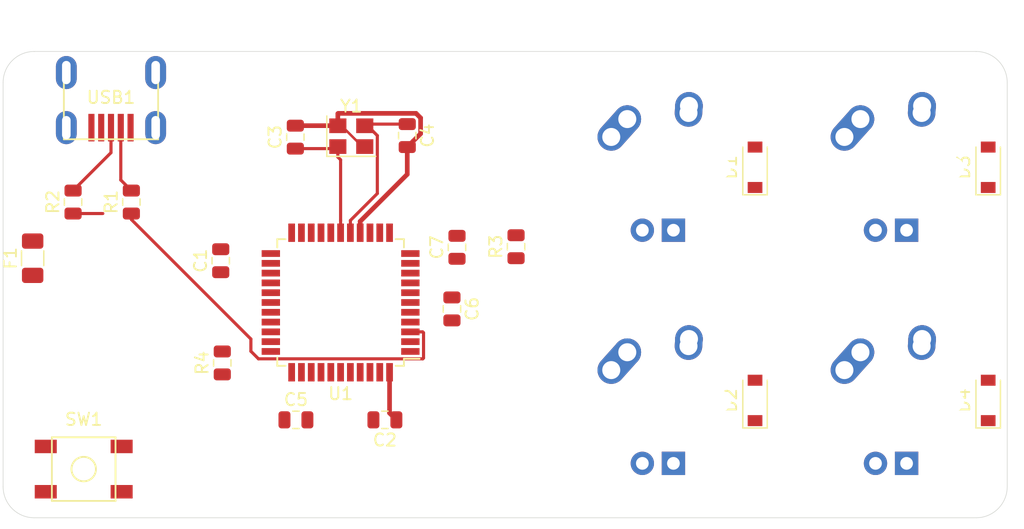
<source format=kicad_pcb>
(kicad_pcb (version 20171130) (host pcbnew "(5.1.5)-3")

  (general
    (thickness 1.6)
    (drawings 8)
    (tracks 45)
    (zones 0)
    (modules 24)
    (nets 50)
  )

  (page A4)
  (layers
    (0 F.Cu signal)
    (31 B.Cu signal)
    (32 B.Adhes user)
    (33 F.Adhes user)
    (34 B.Paste user)
    (35 F.Paste user)
    (36 B.SilkS user)
    (37 F.SilkS user)
    (38 B.Mask user)
    (39 F.Mask user)
    (40 Dwgs.User user)
    (41 Cmts.User user)
    (42 Eco1.User user)
    (43 Eco2.User user)
    (44 Edge.Cuts user)
    (45 Margin user)
    (46 B.CrtYd user)
    (47 F.CrtYd user)
    (48 B.Fab user)
    (49 F.Fab user)
  )

  (setup
    (last_trace_width 0.254)
    (trace_clearance 0.2)
    (zone_clearance 0.508)
    (zone_45_only no)
    (trace_min 0.2)
    (via_size 0.8)
    (via_drill 0.4)
    (via_min_size 0.4)
    (via_min_drill 0.3)
    (uvia_size 0.3)
    (uvia_drill 0.1)
    (uvias_allowed no)
    (uvia_min_size 0.2)
    (uvia_min_drill 0.1)
    (edge_width 0.05)
    (segment_width 0.2)
    (pcb_text_width 0.3)
    (pcb_text_size 1.5 1.5)
    (mod_edge_width 0.12)
    (mod_text_size 1 1)
    (mod_text_width 0.15)
    (pad_size 1.524 1.524)
    (pad_drill 0.762)
    (pad_to_mask_clearance 0.051)
    (solder_mask_min_width 0.25)
    (aux_axis_origin 0 0)
    (visible_elements FFFFFF7F)
    (pcbplotparams
      (layerselection 0x010fc_ffffffff)
      (usegerberextensions false)
      (usegerberattributes false)
      (usegerberadvancedattributes false)
      (creategerberjobfile false)
      (excludeedgelayer true)
      (linewidth 0.100000)
      (plotframeref false)
      (viasonmask false)
      (mode 1)
      (useauxorigin false)
      (hpglpennumber 1)
      (hpglpenspeed 20)
      (hpglpendiameter 15.000000)
      (psnegative false)
      (psa4output false)
      (plotreference true)
      (plotvalue true)
      (plotinvisibletext false)
      (padsonsilk false)
      (subtractmaskfromsilk false)
      (outputformat 1)
      (mirror false)
      (drillshape 1)
      (scaleselection 1)
      (outputdirectory ""))
  )

  (net 0 "")
  (net 1 GND)
  (net 2 +5V)
  (net 3 "Net-(C3-Pad1)")
  (net 4 "Net-(C4-Pad1)")
  (net 5 "Net-(C6-Pad1)")
  (net 6 "Net-(D1-Pad2)")
  (net 7 ROW0)
  (net 8 "Net-(D2-Pad2)")
  (net 9 ROW1)
  (net 10 "Net-(D3-Pad2)")
  (net 11 "Net-(D4-Pad2)")
  (net 12 VCC)
  (net 13 COL0)
  (net 14 COL1)
  (net 15 D-)
  (net 16 "Net-(R1-Pad1)")
  (net 17 D+)
  (net 18 "Net-(R2-Pad1)")
  (net 19 "Net-(R3-Pad2)")
  (net 20 "Net-(R4-Pad2)")
  (net 21 "Net-(R4-Pad1)")
  (net 22 "Net-(U1-Pad42)")
  (net 23 "Net-(U1-Pad41)")
  (net 24 "Net-(U1-Pad40)")
  (net 25 "Net-(U1-Pad39)")
  (net 26 "Net-(U1-Pad38)")
  (net 27 "Net-(U1-Pad37)")
  (net 28 "Net-(U1-Pad36)")
  (net 29 "Net-(U1-Pad32)")
  (net 30 "Net-(U1-Pad31)")
  (net 31 "Net-(U1-Pad30)")
  (net 32 "Net-(U1-Pad29)")
  (net 33 "Net-(U1-Pad28)")
  (net 34 "Net-(U1-Pad27)")
  (net 35 "Net-(U1-Pad26)")
  (net 36 "Net-(U1-Pad25)")
  (net 37 "Net-(U1-Pad22)")
  (net 38 "Net-(U1-Pad21)")
  (net 39 "Net-(U1-Pad20)")
  (net 40 "Net-(U1-Pad19)")
  (net 41 "Net-(U1-Pad18)")
  (net 42 "Net-(U1-Pad12)")
  (net 43 "Net-(U1-Pad11)")
  (net 44 "Net-(U1-Pad10)")
  (net 45 "Net-(U1-Pad9)")
  (net 46 "Net-(U1-Pad8)")
  (net 47 "Net-(U1-Pad1)")
  (net 48 "Net-(USB1-Pad6)")
  (net 49 "Net-(USB1-Pad2)")

  (net_class Default "This is the default net class."
    (clearance 0.2)
    (trace_width 0.254)
    (via_dia 0.8)
    (via_drill 0.4)
    (uvia_dia 0.3)
    (uvia_drill 0.1)
    (add_net COL0)
    (add_net COL1)
    (add_net D+)
    (add_net D-)
    (add_net "Net-(C3-Pad1)")
    (add_net "Net-(C4-Pad1)")
    (add_net "Net-(C6-Pad1)")
    (add_net "Net-(D1-Pad2)")
    (add_net "Net-(D2-Pad2)")
    (add_net "Net-(D3-Pad2)")
    (add_net "Net-(D4-Pad2)")
    (add_net "Net-(R1-Pad1)")
    (add_net "Net-(R2-Pad1)")
    (add_net "Net-(R3-Pad2)")
    (add_net "Net-(R4-Pad1)")
    (add_net "Net-(R4-Pad2)")
    (add_net "Net-(U1-Pad1)")
    (add_net "Net-(U1-Pad10)")
    (add_net "Net-(U1-Pad11)")
    (add_net "Net-(U1-Pad12)")
    (add_net "Net-(U1-Pad18)")
    (add_net "Net-(U1-Pad19)")
    (add_net "Net-(U1-Pad20)")
    (add_net "Net-(U1-Pad21)")
    (add_net "Net-(U1-Pad22)")
    (add_net "Net-(U1-Pad25)")
    (add_net "Net-(U1-Pad26)")
    (add_net "Net-(U1-Pad27)")
    (add_net "Net-(U1-Pad28)")
    (add_net "Net-(U1-Pad29)")
    (add_net "Net-(U1-Pad30)")
    (add_net "Net-(U1-Pad31)")
    (add_net "Net-(U1-Pad32)")
    (add_net "Net-(U1-Pad36)")
    (add_net "Net-(U1-Pad37)")
    (add_net "Net-(U1-Pad38)")
    (add_net "Net-(U1-Pad39)")
    (add_net "Net-(U1-Pad40)")
    (add_net "Net-(U1-Pad41)")
    (add_net "Net-(U1-Pad42)")
    (add_net "Net-(U1-Pad8)")
    (add_net "Net-(U1-Pad9)")
    (add_net "Net-(USB1-Pad2)")
    (add_net "Net-(USB1-Pad6)")
    (add_net ROW0)
    (add_net ROW1)
    (add_net VCC)
  )

  (net_class power ""
    (clearance 0.2)
    (trace_width 0.381)
    (via_dia 0.8)
    (via_drill 0.4)
    (uvia_dia 0.3)
    (uvia_drill 0.1)
    (add_net +5V)
    (add_net GND)
  )

  (module Crystal:Crystal_SMD_3225-4Pin_3.2x2.5mm (layer F.Cu) (tedit 5A0FD1B2) (tstamp 5EB7B5BD)
    (at 64.008 47.9425)
    (descr "SMD Crystal SERIES SMD3225/4 http://www.txccrystal.com/images/pdf/7m-accuracy.pdf, 3.2x2.5mm^2 package")
    (tags "SMD SMT crystal")
    (path /5EB989B1)
    (attr smd)
    (fp_text reference Y1 (at 0 -2.45) (layer F.SilkS)
      (effects (font (size 1 1) (thickness 0.15)))
    )
    (fp_text value 16MHz (at 0 2.45) (layer F.Fab)
      (effects (font (size 1 1) (thickness 0.15)))
    )
    (fp_line (start 2.1 -1.7) (end -2.1 -1.7) (layer F.CrtYd) (width 0.05))
    (fp_line (start 2.1 1.7) (end 2.1 -1.7) (layer F.CrtYd) (width 0.05))
    (fp_line (start -2.1 1.7) (end 2.1 1.7) (layer F.CrtYd) (width 0.05))
    (fp_line (start -2.1 -1.7) (end -2.1 1.7) (layer F.CrtYd) (width 0.05))
    (fp_line (start -2 1.65) (end 2 1.65) (layer F.SilkS) (width 0.12))
    (fp_line (start -2 -1.65) (end -2 1.65) (layer F.SilkS) (width 0.12))
    (fp_line (start -1.6 0.25) (end -0.6 1.25) (layer F.Fab) (width 0.1))
    (fp_line (start 1.6 -1.25) (end -1.6 -1.25) (layer F.Fab) (width 0.1))
    (fp_line (start 1.6 1.25) (end 1.6 -1.25) (layer F.Fab) (width 0.1))
    (fp_line (start -1.6 1.25) (end 1.6 1.25) (layer F.Fab) (width 0.1))
    (fp_line (start -1.6 -1.25) (end -1.6 1.25) (layer F.Fab) (width 0.1))
    (fp_text user %R (at 0 0) (layer F.Fab)
      (effects (font (size 0.7 0.7) (thickness 0.105)))
    )
    (pad 4 smd rect (at -1.1 -0.85) (size 1.4 1.2) (layers F.Cu F.Paste F.Mask)
      (net 1 GND))
    (pad 3 smd rect (at 1.1 -0.85) (size 1.4 1.2) (layers F.Cu F.Paste F.Mask)
      (net 4 "Net-(C4-Pad1)"))
    (pad 2 smd rect (at 1.1 0.85) (size 1.4 1.2) (layers F.Cu F.Paste F.Mask)
      (net 1 GND))
    (pad 1 smd rect (at -1.1 0.85) (size 1.4 1.2) (layers F.Cu F.Paste F.Mask)
      (net 3 "Net-(C3-Pad1)"))
    (model ${KISYS3DMOD}/Crystal.3dshapes/Crystal_SMD_3225-4Pin_3.2x2.5mm.wrl
      (at (xyz 0 0 0))
      (scale (xyz 1 1 1))
      (rotate (xyz 0 0 0))
    )
  )

  (module random-keyboard-parts:Molex-0548190589 (layer F.Cu) (tedit 5C494815) (tstamp 5EB7B5A9)
    (at 44.374 42.744 270)
    (path /5EBB7CB5)
    (attr smd)
    (fp_text reference USB1 (at 2.032 0) (layer F.SilkS)
      (effects (font (size 1 1) (thickness 0.15)))
    )
    (fp_text value Molex-0548190589 (at -5.08 0) (layer Dwgs.User)
      (effects (font (size 1 1) (thickness 0.15)))
    )
    (fp_text user %R (at 2 0) (layer F.CrtYd)
      (effects (font (size 1 1) (thickness 0.15)))
    )
    (fp_line (start 3.25 -1.25) (end 5.5 -1.25) (layer F.CrtYd) (width 0.15))
    (fp_line (start 5.5 -0.5) (end 3.25 -0.5) (layer F.CrtYd) (width 0.15))
    (fp_line (start 3.25 0.5) (end 5.5 0.5) (layer F.CrtYd) (width 0.15))
    (fp_line (start 5.5 1.25) (end 3.25 1.25) (layer F.CrtYd) (width 0.15))
    (fp_line (start 3.25 2) (end 5.5 2) (layer F.CrtYd) (width 0.15))
    (fp_line (start 3.25 -2) (end 3.25 2) (layer F.CrtYd) (width 0.15))
    (fp_line (start 5.5 -2) (end 3.25 -2) (layer F.CrtYd) (width 0.15))
    (fp_line (start -3.75 3.75) (end -3.75 -3.75) (layer F.CrtYd) (width 0.15))
    (fp_line (start 5.5 3.75) (end -3.75 3.75) (layer F.CrtYd) (width 0.15))
    (fp_line (start 5.5 -3.75) (end 5.5 3.75) (layer F.CrtYd) (width 0.15))
    (fp_line (start -3.75 -3.75) (end 5.5 -3.75) (layer F.CrtYd) (width 0.15))
    (fp_line (start 0 -3.85) (end 5.45 -3.85) (layer F.SilkS) (width 0.15))
    (fp_line (start 0 3.85) (end 5.45 3.85) (layer F.SilkS) (width 0.15))
    (fp_line (start 5.45 -3.85) (end 5.45 3.85) (layer F.SilkS) (width 0.15))
    (fp_line (start -3.75 -3.85) (end 0 -3.85) (layer Dwgs.User) (width 0.15))
    (fp_line (start -3.75 3.85) (end 0 3.85) (layer Dwgs.User) (width 0.15))
    (fp_line (start -1.75 -4.572) (end -1.75 4.572) (layer Dwgs.User) (width 0.15))
    (fp_line (start -3.75 -3.85) (end -3.75 3.85) (layer Dwgs.User) (width 0.15))
    (pad 6 thru_hole oval (at 0 -3.65 270) (size 2.7 1.7) (drill oval 1.9 0.7) (layers *.Cu *.Mask)
      (net 48 "Net-(USB1-Pad6)"))
    (pad 6 thru_hole oval (at 0 3.65 270) (size 2.7 1.7) (drill oval 1.9 0.7) (layers *.Cu *.Mask)
      (net 48 "Net-(USB1-Pad6)"))
    (pad 6 thru_hole oval (at 4.5 3.65 270) (size 2.7 1.7) (drill oval 1.9 0.7) (layers *.Cu *.Mask)
      (net 48 "Net-(USB1-Pad6)"))
    (pad 6 thru_hole oval (at 4.5 -3.65 270) (size 2.7 1.7) (drill oval 1.9 0.7) (layers *.Cu *.Mask)
      (net 48 "Net-(USB1-Pad6)"))
    (pad 5 smd rect (at 4.5 -1.6 270) (size 2.25 0.5) (layers F.Cu F.Paste F.Mask)
      (net 12 VCC))
    (pad 4 smd rect (at 4.5 -0.8 270) (size 2.25 0.5) (layers F.Cu F.Paste F.Mask)
      (net 15 D-))
    (pad 3 smd rect (at 4.5 0 270) (size 2.25 0.5) (layers F.Cu F.Paste F.Mask)
      (net 17 D+))
    (pad 2 smd rect (at 4.5 0.8 270) (size 2.25 0.5) (layers F.Cu F.Paste F.Mask)
      (net 49 "Net-(USB1-Pad2)"))
    (pad 1 smd rect (at 4.5 1.6 270) (size 2.25 0.5) (layers F.Cu F.Paste F.Mask)
      (net 1 GND))
  )

  (module Package_QFP:TQFP-44_10x10mm_P0.8mm (layer F.Cu) (tedit 5A02F146) (tstamp 5EB7B589)
    (at 63.134 61.5315 180)
    (descr "44-Lead Plastic Thin Quad Flatpack (PT) - 10x10x1.0 mm Body [TQFP] (see Microchip Packaging Specification 00000049BS.pdf)")
    (tags "QFP 0.8")
    (path /5EB7523E)
    (attr smd)
    (fp_text reference U1 (at 0 -7.45) (layer F.SilkS)
      (effects (font (size 1 1) (thickness 0.15)))
    )
    (fp_text value ATmega32U4-AU (at 0 7.45) (layer F.Fab)
      (effects (font (size 1 1) (thickness 0.15)))
    )
    (fp_line (start -5.175 -4.6) (end -6.45 -4.6) (layer F.SilkS) (width 0.15))
    (fp_line (start 5.175 -5.175) (end 4.5 -5.175) (layer F.SilkS) (width 0.15))
    (fp_line (start 5.175 5.175) (end 4.5 5.175) (layer F.SilkS) (width 0.15))
    (fp_line (start -5.175 5.175) (end -4.5 5.175) (layer F.SilkS) (width 0.15))
    (fp_line (start -5.175 -5.175) (end -4.5 -5.175) (layer F.SilkS) (width 0.15))
    (fp_line (start -5.175 5.175) (end -5.175 4.5) (layer F.SilkS) (width 0.15))
    (fp_line (start 5.175 5.175) (end 5.175 4.5) (layer F.SilkS) (width 0.15))
    (fp_line (start 5.175 -5.175) (end 5.175 -4.5) (layer F.SilkS) (width 0.15))
    (fp_line (start -5.175 -5.175) (end -5.175 -4.6) (layer F.SilkS) (width 0.15))
    (fp_line (start -6.7 6.7) (end 6.7 6.7) (layer F.CrtYd) (width 0.05))
    (fp_line (start -6.7 -6.7) (end 6.7 -6.7) (layer F.CrtYd) (width 0.05))
    (fp_line (start 6.7 -6.7) (end 6.7 6.7) (layer F.CrtYd) (width 0.05))
    (fp_line (start -6.7 -6.7) (end -6.7 6.7) (layer F.CrtYd) (width 0.05))
    (fp_line (start -5 -4) (end -4 -5) (layer F.Fab) (width 0.15))
    (fp_line (start -5 5) (end -5 -4) (layer F.Fab) (width 0.15))
    (fp_line (start 5 5) (end -5 5) (layer F.Fab) (width 0.15))
    (fp_line (start 5 -5) (end 5 5) (layer F.Fab) (width 0.15))
    (fp_line (start -4 -5) (end 5 -5) (layer F.Fab) (width 0.15))
    (fp_text user %R (at 0 0) (layer F.Fab)
      (effects (font (size 1 1) (thickness 0.15)))
    )
    (pad 44 smd rect (at -4 -5.7 270) (size 1.5 0.55) (layers F.Cu F.Paste F.Mask)
      (net 2 +5V))
    (pad 43 smd rect (at -3.2 -5.7 270) (size 1.5 0.55) (layers F.Cu F.Paste F.Mask)
      (net 1 GND))
    (pad 42 smd rect (at -2.4 -5.7 270) (size 1.5 0.55) (layers F.Cu F.Paste F.Mask)
      (net 22 "Net-(U1-Pad42)"))
    (pad 41 smd rect (at -1.6 -5.7 270) (size 1.5 0.55) (layers F.Cu F.Paste F.Mask)
      (net 23 "Net-(U1-Pad41)"))
    (pad 40 smd rect (at -0.8 -5.7 270) (size 1.5 0.55) (layers F.Cu F.Paste F.Mask)
      (net 24 "Net-(U1-Pad40)"))
    (pad 39 smd rect (at 0 -5.7 270) (size 1.5 0.55) (layers F.Cu F.Paste F.Mask)
      (net 25 "Net-(U1-Pad39)"))
    (pad 38 smd rect (at 0.8 -5.7 270) (size 1.5 0.55) (layers F.Cu F.Paste F.Mask)
      (net 26 "Net-(U1-Pad38)"))
    (pad 37 smd rect (at 1.6 -5.7 270) (size 1.5 0.55) (layers F.Cu F.Paste F.Mask)
      (net 27 "Net-(U1-Pad37)"))
    (pad 36 smd rect (at 2.4 -5.7 270) (size 1.5 0.55) (layers F.Cu F.Paste F.Mask)
      (net 28 "Net-(U1-Pad36)"))
    (pad 35 smd rect (at 3.2 -5.7 270) (size 1.5 0.55) (layers F.Cu F.Paste F.Mask)
      (net 1 GND))
    (pad 34 smd rect (at 4 -5.7 270) (size 1.5 0.55) (layers F.Cu F.Paste F.Mask)
      (net 2 +5V))
    (pad 33 smd rect (at 5.7 -4 180) (size 1.5 0.55) (layers F.Cu F.Paste F.Mask)
      (net 20 "Net-(R4-Pad2)"))
    (pad 32 smd rect (at 5.7 -3.2 180) (size 1.5 0.55) (layers F.Cu F.Paste F.Mask)
      (net 29 "Net-(U1-Pad32)"))
    (pad 31 smd rect (at 5.7 -2.4 180) (size 1.5 0.55) (layers F.Cu F.Paste F.Mask)
      (net 30 "Net-(U1-Pad31)"))
    (pad 30 smd rect (at 5.7 -1.6 180) (size 1.5 0.55) (layers F.Cu F.Paste F.Mask)
      (net 31 "Net-(U1-Pad30)"))
    (pad 29 smd rect (at 5.7 -0.8 180) (size 1.5 0.55) (layers F.Cu F.Paste F.Mask)
      (net 32 "Net-(U1-Pad29)"))
    (pad 28 smd rect (at 5.7 0 180) (size 1.5 0.55) (layers F.Cu F.Paste F.Mask)
      (net 33 "Net-(U1-Pad28)"))
    (pad 27 smd rect (at 5.7 0.8 180) (size 1.5 0.55) (layers F.Cu F.Paste F.Mask)
      (net 34 "Net-(U1-Pad27)"))
    (pad 26 smd rect (at 5.7 1.6 180) (size 1.5 0.55) (layers F.Cu F.Paste F.Mask)
      (net 35 "Net-(U1-Pad26)"))
    (pad 25 smd rect (at 5.7 2.4 180) (size 1.5 0.55) (layers F.Cu F.Paste F.Mask)
      (net 36 "Net-(U1-Pad25)"))
    (pad 24 smd rect (at 5.7 3.2 180) (size 1.5 0.55) (layers F.Cu F.Paste F.Mask)
      (net 2 +5V))
    (pad 23 smd rect (at 5.7 4 180) (size 1.5 0.55) (layers F.Cu F.Paste F.Mask)
      (net 1 GND))
    (pad 22 smd rect (at 4 5.7 270) (size 1.5 0.55) (layers F.Cu F.Paste F.Mask)
      (net 37 "Net-(U1-Pad22)"))
    (pad 21 smd rect (at 3.2 5.7 270) (size 1.5 0.55) (layers F.Cu F.Paste F.Mask)
      (net 38 "Net-(U1-Pad21)"))
    (pad 20 smd rect (at 2.4 5.7 270) (size 1.5 0.55) (layers F.Cu F.Paste F.Mask)
      (net 39 "Net-(U1-Pad20)"))
    (pad 19 smd rect (at 1.6 5.7 270) (size 1.5 0.55) (layers F.Cu F.Paste F.Mask)
      (net 40 "Net-(U1-Pad19)"))
    (pad 18 smd rect (at 0.8 5.7 270) (size 1.5 0.55) (layers F.Cu F.Paste F.Mask)
      (net 41 "Net-(U1-Pad18)"))
    (pad 17 smd rect (at 0 5.7 270) (size 1.5 0.55) (layers F.Cu F.Paste F.Mask)
      (net 3 "Net-(C3-Pad1)"))
    (pad 16 smd rect (at -0.8 5.7 270) (size 1.5 0.55) (layers F.Cu F.Paste F.Mask)
      (net 4 "Net-(C4-Pad1)"))
    (pad 15 smd rect (at -1.6 5.7 270) (size 1.5 0.55) (layers F.Cu F.Paste F.Mask)
      (net 1 GND))
    (pad 14 smd rect (at -2.4 5.7 270) (size 1.5 0.55) (layers F.Cu F.Paste F.Mask)
      (net 2 +5V))
    (pad 13 smd rect (at -3.2 5.7 270) (size 1.5 0.55) (layers F.Cu F.Paste F.Mask)
      (net 19 "Net-(R3-Pad2)"))
    (pad 12 smd rect (at -4 5.7 270) (size 1.5 0.55) (layers F.Cu F.Paste F.Mask)
      (net 42 "Net-(U1-Pad12)"))
    (pad 11 smd rect (at -5.7 4 180) (size 1.5 0.55) (layers F.Cu F.Paste F.Mask)
      (net 43 "Net-(U1-Pad11)"))
    (pad 10 smd rect (at -5.7 3.2 180) (size 1.5 0.55) (layers F.Cu F.Paste F.Mask)
      (net 44 "Net-(U1-Pad10)"))
    (pad 9 smd rect (at -5.7 2.4 180) (size 1.5 0.55) (layers F.Cu F.Paste F.Mask)
      (net 45 "Net-(U1-Pad9)"))
    (pad 8 smd rect (at -5.7 1.6 180) (size 1.5 0.55) (layers F.Cu F.Paste F.Mask)
      (net 46 "Net-(U1-Pad8)"))
    (pad 7 smd rect (at -5.7 0.8 180) (size 1.5 0.55) (layers F.Cu F.Paste F.Mask)
      (net 2 +5V))
    (pad 6 smd rect (at -5.7 0 180) (size 1.5 0.55) (layers F.Cu F.Paste F.Mask)
      (net 5 "Net-(C6-Pad1)"))
    (pad 5 smd rect (at -5.7 -0.8 180) (size 1.5 0.55) (layers F.Cu F.Paste F.Mask)
      (net 1 GND))
    (pad 4 smd rect (at -5.7 -1.6 180) (size 1.5 0.55) (layers F.Cu F.Paste F.Mask)
      (net 18 "Net-(R2-Pad1)"))
    (pad 3 smd rect (at -5.7 -2.4 180) (size 1.5 0.55) (layers F.Cu F.Paste F.Mask)
      (net 16 "Net-(R1-Pad1)"))
    (pad 2 smd rect (at -5.7 -3.2 180) (size 1.5 0.55) (layers F.Cu F.Paste F.Mask)
      (net 2 +5V))
    (pad 1 smd rect (at -5.7 -4 180) (size 1.5 0.55) (layers F.Cu F.Paste F.Mask)
      (net 47 "Net-(U1-Pad1)"))
    (model ${KISYS3DMOD}/Package_QFP.3dshapes/TQFP-44_10x10mm_P0.8mm.wrl
      (at (xyz 0 0 0))
      (scale (xyz 1 1 1))
      (rotate (xyz 0 0 0))
    )
  )

  (module random-keyboard-parts:SKQG-1155865 (layer F.Cu) (tedit 5E62B398) (tstamp 5EB7B546)
    (at 42.14375 75.14375 180)
    (path /5EBA76AB)
    (attr smd)
    (fp_text reference SW1 (at 0 4.064) (layer F.SilkS)
      (effects (font (size 1 1) (thickness 0.15)))
    )
    (fp_text value SW_Push (at 0 -4.064) (layer F.Fab)
      (effects (font (size 1 1) (thickness 0.15)))
    )
    (fp_line (start -2.6 -2.6) (end 2.6 -2.6) (layer F.SilkS) (width 0.15))
    (fp_line (start 2.6 -2.6) (end 2.6 2.6) (layer F.SilkS) (width 0.15))
    (fp_line (start 2.6 2.6) (end -2.6 2.6) (layer F.SilkS) (width 0.15))
    (fp_line (start -2.6 2.6) (end -2.6 -2.6) (layer F.SilkS) (width 0.15))
    (fp_circle (center 0 0) (end 1 0) (layer F.SilkS) (width 0.15))
    (fp_line (start -4.2 -2.6) (end 4.2 -2.6) (layer F.Fab) (width 0.15))
    (fp_line (start 4.2 -2.6) (end 4.2 -1.2) (layer F.Fab) (width 0.15))
    (fp_line (start 4.2 -1.1) (end 2.6 -1.1) (layer F.Fab) (width 0.15))
    (fp_line (start 2.6 -1.1) (end 2.6 1.1) (layer F.Fab) (width 0.15))
    (fp_line (start 2.6 1.1) (end 4.2 1.1) (layer F.Fab) (width 0.15))
    (fp_line (start 4.2 1.1) (end 4.2 2.6) (layer F.Fab) (width 0.15))
    (fp_line (start 4.2 2.6) (end -4.2 2.6) (layer F.Fab) (width 0.15))
    (fp_line (start -4.2 2.6) (end -4.2 1.1) (layer F.Fab) (width 0.15))
    (fp_line (start -4.2 1.1) (end -2.6 1.1) (layer F.Fab) (width 0.15))
    (fp_line (start -2.6 1.1) (end -2.6 -1.1) (layer F.Fab) (width 0.15))
    (fp_line (start -2.6 -1.1) (end -4.2 -1.1) (layer F.Fab) (width 0.15))
    (fp_line (start -4.2 -1.1) (end -4.2 -2.6) (layer F.Fab) (width 0.15))
    (fp_circle (center 0 0) (end 1 0) (layer F.Fab) (width 0.15))
    (fp_line (start -2.6 -1.1) (end -1.1 -2.6) (layer F.Fab) (width 0.15))
    (fp_line (start 2.6 -1.1) (end 1.1 -2.6) (layer F.Fab) (width 0.15))
    (fp_line (start 2.6 1.1) (end 1.1 2.6) (layer F.Fab) (width 0.15))
    (fp_line (start -2.6 1.1) (end -1.1 2.6) (layer F.Fab) (width 0.15))
    (pad 4 smd rect (at -3.1 1.85 180) (size 1.8 1.1) (layers F.Cu F.Paste F.Mask))
    (pad 3 smd rect (at 3.1 -1.85 180) (size 1.8 1.1) (layers F.Cu F.Paste F.Mask))
    (pad 2 smd rect (at -3.1 -1.85 180) (size 1.8 1.1) (layers F.Cu F.Paste F.Mask)
      (net 19 "Net-(R3-Pad2)"))
    (pad 1 smd rect (at 3.1 1.85 180) (size 1.8 1.1) (layers F.Cu F.Paste F.Mask)
      (net 1 GND))
    (model ${KISYS3DMOD}/Button_Switch_SMD.3dshapes/SW_SPST_TL3342.step
      (at (xyz 0 0 0))
      (scale (xyz 1 1 1))
      (rotate (xyz 0 0 0))
    )
  )

  (module Resistor_SMD:R_0805_2012Metric (layer F.Cu) (tedit 5B36C52B) (tstamp 5EB7B528)
    (at 53.467 66.4695 90)
    (descr "Resistor SMD 0805 (2012 Metric), square (rectangular) end terminal, IPC_7351 nominal, (Body size source: https://docs.google.com/spreadsheets/d/1BsfQQcO9C6DZCsRaXUlFlo91Tg2WpOkGARC1WS5S8t0/edit?usp=sharing), generated with kicad-footprint-generator")
    (tags resistor)
    (path /5EB812AF)
    (attr smd)
    (fp_text reference R4 (at 0 -1.65 90) (layer F.SilkS)
      (effects (font (size 1 1) (thickness 0.15)))
    )
    (fp_text value 10k (at 0 1.65 90) (layer F.Fab)
      (effects (font (size 1 1) (thickness 0.15)))
    )
    (fp_text user %R (at 0 0 90) (layer F.Fab)
      (effects (font (size 0.5 0.5) (thickness 0.08)))
    )
    (fp_line (start 1.68 0.95) (end -1.68 0.95) (layer F.CrtYd) (width 0.05))
    (fp_line (start 1.68 -0.95) (end 1.68 0.95) (layer F.CrtYd) (width 0.05))
    (fp_line (start -1.68 -0.95) (end 1.68 -0.95) (layer F.CrtYd) (width 0.05))
    (fp_line (start -1.68 0.95) (end -1.68 -0.95) (layer F.CrtYd) (width 0.05))
    (fp_line (start -0.258578 0.71) (end 0.258578 0.71) (layer F.SilkS) (width 0.12))
    (fp_line (start -0.258578 -0.71) (end 0.258578 -0.71) (layer F.SilkS) (width 0.12))
    (fp_line (start 1 0.6) (end -1 0.6) (layer F.Fab) (width 0.1))
    (fp_line (start 1 -0.6) (end 1 0.6) (layer F.Fab) (width 0.1))
    (fp_line (start -1 -0.6) (end 1 -0.6) (layer F.Fab) (width 0.1))
    (fp_line (start -1 0.6) (end -1 -0.6) (layer F.Fab) (width 0.1))
    (pad 2 smd roundrect (at 0.9375 0 90) (size 0.975 1.4) (layers F.Cu F.Paste F.Mask) (roundrect_rratio 0.25)
      (net 20 "Net-(R4-Pad2)"))
    (pad 1 smd roundrect (at -0.9375 0 90) (size 0.975 1.4) (layers F.Cu F.Paste F.Mask) (roundrect_rratio 0.25)
      (net 21 "Net-(R4-Pad1)"))
    (model ${KISYS3DMOD}/Resistor_SMD.3dshapes/R_0805_2012Metric.wrl
      (at (xyz 0 0 0))
      (scale (xyz 1 1 1))
      (rotate (xyz 0 0 0))
    )
  )

  (module Resistor_SMD:R_0805_2012Metric (layer F.Cu) (tedit 5B36C52B) (tstamp 5EB7B517)
    (at 77.47 56.9745 90)
    (descr "Resistor SMD 0805 (2012 Metric), square (rectangular) end terminal, IPC_7351 nominal, (Body size source: https://docs.google.com/spreadsheets/d/1BsfQQcO9C6DZCsRaXUlFlo91Tg2WpOkGARC1WS5S8t0/edit?usp=sharing), generated with kicad-footprint-generator")
    (tags resistor)
    (path /5EBB3CD7)
    (attr smd)
    (fp_text reference R3 (at 0 -1.65 90) (layer F.SilkS)
      (effects (font (size 1 1) (thickness 0.15)))
    )
    (fp_text value 10k (at 0 1.65 90) (layer F.Fab)
      (effects (font (size 1 1) (thickness 0.15)))
    )
    (fp_text user %R (at 0 0 90) (layer F.Fab)
      (effects (font (size 0.5 0.5) (thickness 0.08)))
    )
    (fp_line (start 1.68 0.95) (end -1.68 0.95) (layer F.CrtYd) (width 0.05))
    (fp_line (start 1.68 -0.95) (end 1.68 0.95) (layer F.CrtYd) (width 0.05))
    (fp_line (start -1.68 -0.95) (end 1.68 -0.95) (layer F.CrtYd) (width 0.05))
    (fp_line (start -1.68 0.95) (end -1.68 -0.95) (layer F.CrtYd) (width 0.05))
    (fp_line (start -0.258578 0.71) (end 0.258578 0.71) (layer F.SilkS) (width 0.12))
    (fp_line (start -0.258578 -0.71) (end 0.258578 -0.71) (layer F.SilkS) (width 0.12))
    (fp_line (start 1 0.6) (end -1 0.6) (layer F.Fab) (width 0.1))
    (fp_line (start 1 -0.6) (end 1 0.6) (layer F.Fab) (width 0.1))
    (fp_line (start -1 -0.6) (end 1 -0.6) (layer F.Fab) (width 0.1))
    (fp_line (start -1 0.6) (end -1 -0.6) (layer F.Fab) (width 0.1))
    (pad 2 smd roundrect (at 0.9375 0 90) (size 0.975 1.4) (layers F.Cu F.Paste F.Mask) (roundrect_rratio 0.25)
      (net 19 "Net-(R3-Pad2)"))
    (pad 1 smd roundrect (at -0.9375 0 90) (size 0.975 1.4) (layers F.Cu F.Paste F.Mask) (roundrect_rratio 0.25)
      (net 2 +5V))
    (model ${KISYS3DMOD}/Resistor_SMD.3dshapes/R_0805_2012Metric.wrl
      (at (xyz 0 0 0))
      (scale (xyz 1 1 1))
      (rotate (xyz 0 0 0))
    )
  )

  (module Resistor_SMD:R_0805_2012Metric (layer F.Cu) (tedit 5B36C52B) (tstamp 5EB7B506)
    (at 41.275 53.325 90)
    (descr "Resistor SMD 0805 (2012 Metric), square (rectangular) end terminal, IPC_7351 nominal, (Body size source: https://docs.google.com/spreadsheets/d/1BsfQQcO9C6DZCsRaXUlFlo91Tg2WpOkGARC1WS5S8t0/edit?usp=sharing), generated with kicad-footprint-generator")
    (tags resistor)
    (path /5EB87CDF)
    (attr smd)
    (fp_text reference R2 (at 0 -1.65 90) (layer F.SilkS)
      (effects (font (size 1 1) (thickness 0.15)))
    )
    (fp_text value 22 (at 0 1.65 90) (layer F.Fab)
      (effects (font (size 1 1) (thickness 0.15)))
    )
    (fp_text user %R (at 0 0 90) (layer F.Fab)
      (effects (font (size 0.5 0.5) (thickness 0.08)))
    )
    (fp_line (start 1.68 0.95) (end -1.68 0.95) (layer F.CrtYd) (width 0.05))
    (fp_line (start 1.68 -0.95) (end 1.68 0.95) (layer F.CrtYd) (width 0.05))
    (fp_line (start -1.68 -0.95) (end 1.68 -0.95) (layer F.CrtYd) (width 0.05))
    (fp_line (start -1.68 0.95) (end -1.68 -0.95) (layer F.CrtYd) (width 0.05))
    (fp_line (start -0.258578 0.71) (end 0.258578 0.71) (layer F.SilkS) (width 0.12))
    (fp_line (start -0.258578 -0.71) (end 0.258578 -0.71) (layer F.SilkS) (width 0.12))
    (fp_line (start 1 0.6) (end -1 0.6) (layer F.Fab) (width 0.1))
    (fp_line (start 1 -0.6) (end 1 0.6) (layer F.Fab) (width 0.1))
    (fp_line (start -1 -0.6) (end 1 -0.6) (layer F.Fab) (width 0.1))
    (fp_line (start -1 0.6) (end -1 -0.6) (layer F.Fab) (width 0.1))
    (pad 2 smd roundrect (at 0.9375 0 90) (size 0.975 1.4) (layers F.Cu F.Paste F.Mask) (roundrect_rratio 0.25)
      (net 17 D+))
    (pad 1 smd roundrect (at -0.9375 0 90) (size 0.975 1.4) (layers F.Cu F.Paste F.Mask) (roundrect_rratio 0.25)
      (net 18 "Net-(R2-Pad1)"))
    (model ${KISYS3DMOD}/Resistor_SMD.3dshapes/R_0805_2012Metric.wrl
      (at (xyz 0 0 0))
      (scale (xyz 1 1 1))
      (rotate (xyz 0 0 0))
    )
  )

  (module Resistor_SMD:R_0805_2012Metric (layer F.Cu) (tedit 5B36C52B) (tstamp 5EB7B4F5)
    (at 46.0375 53.325 90)
    (descr "Resistor SMD 0805 (2012 Metric), square (rectangular) end terminal, IPC_7351 nominal, (Body size source: https://docs.google.com/spreadsheets/d/1BsfQQcO9C6DZCsRaXUlFlo91Tg2WpOkGARC1WS5S8t0/edit?usp=sharing), generated with kicad-footprint-generator")
    (tags resistor)
    (path /5EB89220)
    (attr smd)
    (fp_text reference R1 (at 0 -1.65 90) (layer F.SilkS)
      (effects (font (size 1 1) (thickness 0.15)))
    )
    (fp_text value 22 (at 0 1.65 90) (layer F.Fab)
      (effects (font (size 1 1) (thickness 0.15)))
    )
    (fp_text user %R (at 0 0 180) (layer F.Fab)
      (effects (font (size 0.5 0.5) (thickness 0.08)))
    )
    (fp_line (start 1.68 0.95) (end -1.68 0.95) (layer F.CrtYd) (width 0.05))
    (fp_line (start 1.68 -0.95) (end 1.68 0.95) (layer F.CrtYd) (width 0.05))
    (fp_line (start -1.68 -0.95) (end 1.68 -0.95) (layer F.CrtYd) (width 0.05))
    (fp_line (start -1.68 0.95) (end -1.68 -0.95) (layer F.CrtYd) (width 0.05))
    (fp_line (start -0.258578 0.71) (end 0.258578 0.71) (layer F.SilkS) (width 0.12))
    (fp_line (start -0.258578 -0.71) (end 0.258578 -0.71) (layer F.SilkS) (width 0.12))
    (fp_line (start 1 0.6) (end -1 0.6) (layer F.Fab) (width 0.1))
    (fp_line (start 1 -0.6) (end 1 0.6) (layer F.Fab) (width 0.1))
    (fp_line (start -1 -0.6) (end 1 -0.6) (layer F.Fab) (width 0.1))
    (fp_line (start -1 0.6) (end -1 -0.6) (layer F.Fab) (width 0.1))
    (pad 2 smd roundrect (at 0.9375 0 90) (size 0.975 1.4) (layers F.Cu F.Paste F.Mask) (roundrect_rratio 0.25)
      (net 15 D-))
    (pad 1 smd roundrect (at -0.9375 0 90) (size 0.975 1.4) (layers F.Cu F.Paste F.Mask) (roundrect_rratio 0.25)
      (net 16 "Net-(R1-Pad1)"))
    (model ${KISYS3DMOD}/Resistor_SMD.3dshapes/R_0805_2012Metric.wrl
      (at (xyz 0 0 0))
      (scale (xyz 1 1 1))
      (rotate (xyz 0 0 0))
    )
  )

  (module MX_Alps_Hybrid:MX-1U (layer F.Cu) (tedit 5A9F3A9A) (tstamp 5EB7B4E4)
    (at 108.10875 69.596)
    (path /5EBD36C3)
    (fp_text reference MX4 (at 0 3.175) (layer Dwgs.User)
      (effects (font (size 1 1) (thickness 0.15)))
    )
    (fp_text value MX-NoLED (at 0 -7.9375) (layer Dwgs.User)
      (effects (font (size 1 1) (thickness 0.15)))
    )
    (fp_line (start -9.525 9.525) (end -9.525 -9.525) (layer Dwgs.User) (width 0.15))
    (fp_line (start 9.525 9.525) (end -9.525 9.525) (layer Dwgs.User) (width 0.15))
    (fp_line (start 9.525 -9.525) (end 9.525 9.525) (layer Dwgs.User) (width 0.15))
    (fp_line (start -9.525 -9.525) (end 9.525 -9.525) (layer Dwgs.User) (width 0.15))
    (fp_line (start -7 -7) (end -7 -5) (layer Dwgs.User) (width 0.15))
    (fp_line (start -5 -7) (end -7 -7) (layer Dwgs.User) (width 0.15))
    (fp_line (start -7 7) (end -5 7) (layer Dwgs.User) (width 0.15))
    (fp_line (start -7 5) (end -7 7) (layer Dwgs.User) (width 0.15))
    (fp_line (start 7 7) (end 7 5) (layer Dwgs.User) (width 0.15))
    (fp_line (start 5 7) (end 7 7) (layer Dwgs.User) (width 0.15))
    (fp_line (start 7 -7) (end 7 -5) (layer Dwgs.User) (width 0.15))
    (fp_line (start 5 -7) (end 7 -7) (layer Dwgs.User) (width 0.15))
    (pad "" np_thru_hole circle (at 5.08 0 48.0996) (size 1.75 1.75) (drill 1.75) (layers *.Cu *.Mask))
    (pad "" np_thru_hole circle (at -5.08 0 48.0996) (size 1.75 1.75) (drill 1.75) (layers *.Cu *.Mask))
    (pad 4 thru_hole rect (at 1.27 5.08) (size 1.905 1.905) (drill 1.04) (layers *.Cu B.Mask))
    (pad 3 thru_hole circle (at -1.27 5.08) (size 1.905 1.905) (drill 1.04) (layers *.Cu B.Mask))
    (pad 1 thru_hole circle (at -2.5 -4) (size 2.25 2.25) (drill 1.47) (layers *.Cu B.Mask)
      (net 14 COL1))
    (pad "" np_thru_hole circle (at 0 0) (size 3.9878 3.9878) (drill 3.9878) (layers *.Cu *.Mask))
    (pad 1 thru_hole oval (at -3.81 -2.54 48.0996) (size 4.211556 2.25) (drill 1.47 (offset 0.980778 0)) (layers *.Cu B.Mask)
      (net 14 COL1))
    (pad 2 thru_hole circle (at 2.54 -5.08) (size 2.25 2.25) (drill 1.47) (layers *.Cu B.Mask)
      (net 11 "Net-(D4-Pad2)"))
    (pad 2 thru_hole oval (at 2.5 -4.5 86.0548) (size 2.831378 2.25) (drill 1.47 (offset 0.290689 0)) (layers *.Cu B.Mask)
      (net 11 "Net-(D4-Pad2)"))
  )

  (module MX_Alps_Hybrid:MX-1U (layer F.Cu) (tedit 5A9F3A9A) (tstamp 5EB7B4CB)
    (at 108.10875 50.546)
    (path /5EBD1122)
    (fp_text reference MX3 (at 0 3.175) (layer Dwgs.User)
      (effects (font (size 1 1) (thickness 0.15)))
    )
    (fp_text value MX-NoLED (at 0 -7.9375) (layer Dwgs.User)
      (effects (font (size 1 1) (thickness 0.15)))
    )
    (fp_line (start -9.525 9.525) (end -9.525 -9.525) (layer Dwgs.User) (width 0.15))
    (fp_line (start 9.525 9.525) (end -9.525 9.525) (layer Dwgs.User) (width 0.15))
    (fp_line (start 9.525 -9.525) (end 9.525 9.525) (layer Dwgs.User) (width 0.15))
    (fp_line (start -9.525 -9.525) (end 9.525 -9.525) (layer Dwgs.User) (width 0.15))
    (fp_line (start -7 -7) (end -7 -5) (layer Dwgs.User) (width 0.15))
    (fp_line (start -5 -7) (end -7 -7) (layer Dwgs.User) (width 0.15))
    (fp_line (start -7 7) (end -5 7) (layer Dwgs.User) (width 0.15))
    (fp_line (start -7 5) (end -7 7) (layer Dwgs.User) (width 0.15))
    (fp_line (start 7 7) (end 7 5) (layer Dwgs.User) (width 0.15))
    (fp_line (start 5 7) (end 7 7) (layer Dwgs.User) (width 0.15))
    (fp_line (start 7 -7) (end 7 -5) (layer Dwgs.User) (width 0.15))
    (fp_line (start 5 -7) (end 7 -7) (layer Dwgs.User) (width 0.15))
    (pad "" np_thru_hole circle (at 5.08 0 48.0996) (size 1.75 1.75) (drill 1.75) (layers *.Cu *.Mask))
    (pad "" np_thru_hole circle (at -5.08 0 48.0996) (size 1.75 1.75) (drill 1.75) (layers *.Cu *.Mask))
    (pad 4 thru_hole rect (at 1.27 5.08) (size 1.905 1.905) (drill 1.04) (layers *.Cu B.Mask))
    (pad 3 thru_hole circle (at -1.27 5.08) (size 1.905 1.905) (drill 1.04) (layers *.Cu B.Mask))
    (pad 1 thru_hole circle (at -2.5 -4) (size 2.25 2.25) (drill 1.47) (layers *.Cu B.Mask)
      (net 14 COL1))
    (pad "" np_thru_hole circle (at 0 0) (size 3.9878 3.9878) (drill 3.9878) (layers *.Cu *.Mask))
    (pad 1 thru_hole oval (at -3.81 -2.54 48.0996) (size 4.211556 2.25) (drill 1.47 (offset 0.980778 0)) (layers *.Cu B.Mask)
      (net 14 COL1))
    (pad 2 thru_hole circle (at 2.54 -5.08) (size 2.25 2.25) (drill 1.47) (layers *.Cu B.Mask)
      (net 10 "Net-(D3-Pad2)"))
    (pad 2 thru_hole oval (at 2.5 -4.5 86.0548) (size 2.831378 2.25) (drill 1.47 (offset 0.290689 0)) (layers *.Cu B.Mask)
      (net 10 "Net-(D3-Pad2)"))
  )

  (module MX_Alps_Hybrid:MX-1U (layer F.Cu) (tedit 5A9F3A9A) (tstamp 5EB7B4B2)
    (at 89.05875 69.596)
    (path /5EBD19ED)
    (fp_text reference MX2 (at 0 3.175) (layer Dwgs.User)
      (effects (font (size 1 1) (thickness 0.15)))
    )
    (fp_text value MX-NoLED (at 0 -7.9375) (layer Dwgs.User)
      (effects (font (size 1 1) (thickness 0.15)))
    )
    (fp_line (start -9.525 9.525) (end -9.525 -9.525) (layer Dwgs.User) (width 0.15))
    (fp_line (start 9.525 9.525) (end -9.525 9.525) (layer Dwgs.User) (width 0.15))
    (fp_line (start 9.525 -9.525) (end 9.525 9.525) (layer Dwgs.User) (width 0.15))
    (fp_line (start -9.525 -9.525) (end 9.525 -9.525) (layer Dwgs.User) (width 0.15))
    (fp_line (start -7 -7) (end -7 -5) (layer Dwgs.User) (width 0.15))
    (fp_line (start -5 -7) (end -7 -7) (layer Dwgs.User) (width 0.15))
    (fp_line (start -7 7) (end -5 7) (layer Dwgs.User) (width 0.15))
    (fp_line (start -7 5) (end -7 7) (layer Dwgs.User) (width 0.15))
    (fp_line (start 7 7) (end 7 5) (layer Dwgs.User) (width 0.15))
    (fp_line (start 5 7) (end 7 7) (layer Dwgs.User) (width 0.15))
    (fp_line (start 7 -7) (end 7 -5) (layer Dwgs.User) (width 0.15))
    (fp_line (start 5 -7) (end 7 -7) (layer Dwgs.User) (width 0.15))
    (pad "" np_thru_hole circle (at 5.08 0 48.0996) (size 1.75 1.75) (drill 1.75) (layers *.Cu *.Mask))
    (pad "" np_thru_hole circle (at -5.08 0 48.0996) (size 1.75 1.75) (drill 1.75) (layers *.Cu *.Mask))
    (pad 4 thru_hole rect (at 1.27 5.08) (size 1.905 1.905) (drill 1.04) (layers *.Cu B.Mask))
    (pad 3 thru_hole circle (at -1.27 5.08) (size 1.905 1.905) (drill 1.04) (layers *.Cu B.Mask))
    (pad 1 thru_hole circle (at -2.5 -4) (size 2.25 2.25) (drill 1.47) (layers *.Cu B.Mask)
      (net 13 COL0))
    (pad "" np_thru_hole circle (at 0 0) (size 3.9878 3.9878) (drill 3.9878) (layers *.Cu *.Mask))
    (pad 1 thru_hole oval (at -3.81 -2.54 48.0996) (size 4.211556 2.25) (drill 1.47 (offset 0.980778 0)) (layers *.Cu B.Mask)
      (net 13 COL0))
    (pad 2 thru_hole circle (at 2.54 -5.08) (size 2.25 2.25) (drill 1.47) (layers *.Cu B.Mask)
      (net 8 "Net-(D2-Pad2)"))
    (pad 2 thru_hole oval (at 2.5 -4.5 86.0548) (size 2.831378 2.25) (drill 1.47 (offset 0.290689 0)) (layers *.Cu B.Mask)
      (net 8 "Net-(D2-Pad2)"))
  )

  (module MX_Alps_Hybrid:MX-1U (layer F.Cu) (tedit 5A9F3A9A) (tstamp 5EB7B499)
    (at 89.05875 50.546)
    (path /5EBC6A79)
    (fp_text reference MX1 (at 0 3.175) (layer Dwgs.User)
      (effects (font (size 1 1) (thickness 0.15)))
    )
    (fp_text value MX-NoLED (at -0.125 -7.83125) (layer Dwgs.User)
      (effects (font (size 1 1) (thickness 0.15)))
    )
    (fp_line (start -9.525 9.525) (end -9.525 -9.525) (layer Dwgs.User) (width 0.15))
    (fp_line (start 9.525 9.525) (end -9.525 9.525) (layer Dwgs.User) (width 0.15))
    (fp_line (start 9.525 -9.525) (end 9.525 9.525) (layer Dwgs.User) (width 0.15))
    (fp_line (start -9.525 -9.525) (end 9.525 -9.525) (layer Dwgs.User) (width 0.15))
    (fp_line (start -7 -7) (end -7 -5) (layer Dwgs.User) (width 0.15))
    (fp_line (start -5 -7) (end -7 -7) (layer Dwgs.User) (width 0.15))
    (fp_line (start -7 7) (end -5 7) (layer Dwgs.User) (width 0.15))
    (fp_line (start -7 5) (end -7 7) (layer Dwgs.User) (width 0.15))
    (fp_line (start 7 7) (end 7 5) (layer Dwgs.User) (width 0.15))
    (fp_line (start 5 7) (end 7 7) (layer Dwgs.User) (width 0.15))
    (fp_line (start 7 -7) (end 7 -5) (layer Dwgs.User) (width 0.15))
    (fp_line (start 5 -7) (end 7 -7) (layer Dwgs.User) (width 0.15))
    (pad "" np_thru_hole circle (at 5.08 0 48.0996) (size 1.75 1.75) (drill 1.75) (layers *.Cu *.Mask))
    (pad "" np_thru_hole circle (at -5.08 0 48.0996) (size 1.75 1.75) (drill 1.75) (layers *.Cu *.Mask))
    (pad 4 thru_hole rect (at 1.27 5.08) (size 1.905 1.905) (drill 1.04) (layers *.Cu B.Mask))
    (pad 3 thru_hole circle (at -1.27 5.08) (size 1.905 1.905) (drill 1.04) (layers *.Cu B.Mask))
    (pad 1 thru_hole circle (at -2.5 -4) (size 2.25 2.25) (drill 1.47) (layers *.Cu B.Mask)
      (net 13 COL0))
    (pad "" np_thru_hole circle (at 0 0) (size 3.9878 3.9878) (drill 3.9878) (layers *.Cu *.Mask))
    (pad 1 thru_hole oval (at -3.81 -2.54 48.0996) (size 4.211556 2.25) (drill 1.47 (offset 0.980778 0)) (layers *.Cu B.Mask)
      (net 13 COL0))
    (pad 2 thru_hole circle (at 2.54 -5.08) (size 2.25 2.25) (drill 1.47) (layers *.Cu B.Mask)
      (net 6 "Net-(D1-Pad2)"))
    (pad 2 thru_hole oval (at 2.5 -4.5 86.0548) (size 2.831378 2.25) (drill 1.47 (offset 0.290689 0)) (layers *.Cu B.Mask)
      (net 6 "Net-(D1-Pad2)"))
  )

  (module Fuse:Fuse_1206_3216Metric (layer F.Cu) (tedit 5B301BBE) (tstamp 5EB7B480)
    (at 37.973 57.915 90)
    (descr "Fuse SMD 1206 (3216 Metric), square (rectangular) end terminal, IPC_7351 nominal, (Body size source: http://www.tortai-tech.com/upload/download/2011102023233369053.pdf), generated with kicad-footprint-generator")
    (tags resistor)
    (path /5EBB993A)
    (attr smd)
    (fp_text reference F1 (at 0 -1.82 90) (layer F.SilkS)
      (effects (font (size 1 1) (thickness 0.15)))
    )
    (fp_text value 500mA (at 0 1.82 90) (layer F.Fab)
      (effects (font (size 1 1) (thickness 0.15)))
    )
    (fp_text user %R (at 0 0 90) (layer F.Fab)
      (effects (font (size 0.8 0.8) (thickness 0.12)))
    )
    (fp_line (start 2.28 1.12) (end -2.28 1.12) (layer F.CrtYd) (width 0.05))
    (fp_line (start 2.28 -1.12) (end 2.28 1.12) (layer F.CrtYd) (width 0.05))
    (fp_line (start -2.28 -1.12) (end 2.28 -1.12) (layer F.CrtYd) (width 0.05))
    (fp_line (start -2.28 1.12) (end -2.28 -1.12) (layer F.CrtYd) (width 0.05))
    (fp_line (start -0.602064 0.91) (end 0.602064 0.91) (layer F.SilkS) (width 0.12))
    (fp_line (start -0.602064 -0.91) (end 0.602064 -0.91) (layer F.SilkS) (width 0.12))
    (fp_line (start 1.6 0.8) (end -1.6 0.8) (layer F.Fab) (width 0.1))
    (fp_line (start 1.6 -0.8) (end 1.6 0.8) (layer F.Fab) (width 0.1))
    (fp_line (start -1.6 -0.8) (end 1.6 -0.8) (layer F.Fab) (width 0.1))
    (fp_line (start -1.6 0.8) (end -1.6 -0.8) (layer F.Fab) (width 0.1))
    (pad 2 smd roundrect (at 1.4 0 90) (size 1.25 1.75) (layers F.Cu F.Paste F.Mask) (roundrect_rratio 0.2)
      (net 12 VCC))
    (pad 1 smd roundrect (at -1.4 0 90) (size 1.25 1.75) (layers F.Cu F.Paste F.Mask) (roundrect_rratio 0.2)
      (net 2 +5V))
    (model ${KISYS3DMOD}/Fuse.3dshapes/Fuse_1206_3216Metric.wrl
      (at (xyz 0 0 0))
      (scale (xyz 1 1 1))
      (rotate (xyz 0 0 0))
    )
  )

  (module Diode_SMD:D_SOD-123 (layer F.Cu) (tedit 58645DC7) (tstamp 5EB7B46F)
    (at 116.04625 69.5335 90)
    (descr SOD-123)
    (tags SOD-123)
    (path /5EBD4890)
    (attr smd)
    (fp_text reference D4 (at 0 -2 90) (layer F.SilkS)
      (effects (font (size 1 1) (thickness 0.15)))
    )
    (fp_text value D_Small (at 0 2.1 90) (layer F.Fab)
      (effects (font (size 1 1) (thickness 0.15)))
    )
    (fp_line (start -2.25 -1) (end 1.65 -1) (layer F.SilkS) (width 0.12))
    (fp_line (start -2.25 1) (end 1.65 1) (layer F.SilkS) (width 0.12))
    (fp_line (start -2.35 -1.15) (end -2.35 1.15) (layer F.CrtYd) (width 0.05))
    (fp_line (start 2.35 1.15) (end -2.35 1.15) (layer F.CrtYd) (width 0.05))
    (fp_line (start 2.35 -1.15) (end 2.35 1.15) (layer F.CrtYd) (width 0.05))
    (fp_line (start -2.35 -1.15) (end 2.35 -1.15) (layer F.CrtYd) (width 0.05))
    (fp_line (start -1.4 -0.9) (end 1.4 -0.9) (layer F.Fab) (width 0.1))
    (fp_line (start 1.4 -0.9) (end 1.4 0.9) (layer F.Fab) (width 0.1))
    (fp_line (start 1.4 0.9) (end -1.4 0.9) (layer F.Fab) (width 0.1))
    (fp_line (start -1.4 0.9) (end -1.4 -0.9) (layer F.Fab) (width 0.1))
    (fp_line (start -0.75 0) (end -0.35 0) (layer F.Fab) (width 0.1))
    (fp_line (start -0.35 0) (end -0.35 -0.55) (layer F.Fab) (width 0.1))
    (fp_line (start -0.35 0) (end -0.35 0.55) (layer F.Fab) (width 0.1))
    (fp_line (start -0.35 0) (end 0.25 -0.4) (layer F.Fab) (width 0.1))
    (fp_line (start 0.25 -0.4) (end 0.25 0.4) (layer F.Fab) (width 0.1))
    (fp_line (start 0.25 0.4) (end -0.35 0) (layer F.Fab) (width 0.1))
    (fp_line (start 0.25 0) (end 0.75 0) (layer F.Fab) (width 0.1))
    (fp_line (start -2.25 -1) (end -2.25 1) (layer F.SilkS) (width 0.12))
    (fp_text user %R (at 0 -2 90) (layer F.Fab)
      (effects (font (size 1 1) (thickness 0.15)))
    )
    (pad 2 smd rect (at 1.65 0 90) (size 0.9 1.2) (layers F.Cu F.Paste F.Mask)
      (net 11 "Net-(D4-Pad2)"))
    (pad 1 smd rect (at -1.65 0 90) (size 0.9 1.2) (layers F.Cu F.Paste F.Mask)
      (net 9 ROW1))
    (model ${KISYS3DMOD}/Diode_SMD.3dshapes/D_SOD-123.wrl
      (at (xyz 0 0 0))
      (scale (xyz 1 1 1))
      (rotate (xyz 0 0 0))
    )
  )

  (module Diode_SMD:D_SOD-123 (layer F.Cu) (tedit 58645DC7) (tstamp 5EB7B456)
    (at 116.04625 50.4835 90)
    (descr SOD-123)
    (tags SOD-123)
    (path /5EBD52AA)
    (attr smd)
    (fp_text reference D3 (at 0 -2 90) (layer F.SilkS)
      (effects (font (size 1 1) (thickness 0.15)))
    )
    (fp_text value D_Small (at 0 2.1 90) (layer F.Fab)
      (effects (font (size 1 1) (thickness 0.15)))
    )
    (fp_line (start -2.25 -1) (end 1.65 -1) (layer F.SilkS) (width 0.12))
    (fp_line (start -2.25 1) (end 1.65 1) (layer F.SilkS) (width 0.12))
    (fp_line (start -2.35 -1.15) (end -2.35 1.15) (layer F.CrtYd) (width 0.05))
    (fp_line (start 2.35 1.15) (end -2.35 1.15) (layer F.CrtYd) (width 0.05))
    (fp_line (start 2.35 -1.15) (end 2.35 1.15) (layer F.CrtYd) (width 0.05))
    (fp_line (start -2.35 -1.15) (end 2.35 -1.15) (layer F.CrtYd) (width 0.05))
    (fp_line (start -1.4 -0.9) (end 1.4 -0.9) (layer F.Fab) (width 0.1))
    (fp_line (start 1.4 -0.9) (end 1.4 0.9) (layer F.Fab) (width 0.1))
    (fp_line (start 1.4 0.9) (end -1.4 0.9) (layer F.Fab) (width 0.1))
    (fp_line (start -1.4 0.9) (end -1.4 -0.9) (layer F.Fab) (width 0.1))
    (fp_line (start -0.75 0) (end -0.35 0) (layer F.Fab) (width 0.1))
    (fp_line (start -0.35 0) (end -0.35 -0.55) (layer F.Fab) (width 0.1))
    (fp_line (start -0.35 0) (end -0.35 0.55) (layer F.Fab) (width 0.1))
    (fp_line (start -0.35 0) (end 0.25 -0.4) (layer F.Fab) (width 0.1))
    (fp_line (start 0.25 -0.4) (end 0.25 0.4) (layer F.Fab) (width 0.1))
    (fp_line (start 0.25 0.4) (end -0.35 0) (layer F.Fab) (width 0.1))
    (fp_line (start 0.25 0) (end 0.75 0) (layer F.Fab) (width 0.1))
    (fp_line (start -2.25 -1) (end -2.25 1) (layer F.SilkS) (width 0.12))
    (fp_text user %R (at 0 -2 90) (layer F.Fab)
      (effects (font (size 1 1) (thickness 0.15)))
    )
    (pad 2 smd rect (at 1.65 0 90) (size 0.9 1.2) (layers F.Cu F.Paste F.Mask)
      (net 10 "Net-(D3-Pad2)"))
    (pad 1 smd rect (at -1.65 0 90) (size 0.9 1.2) (layers F.Cu F.Paste F.Mask)
      (net 7 ROW0))
    (model ${KISYS3DMOD}/Diode_SMD.3dshapes/D_SOD-123.wrl
      (at (xyz 0 0 0))
      (scale (xyz 1 1 1))
      (rotate (xyz 0 0 0))
    )
  )

  (module Diode_SMD:D_SOD-123 (layer F.Cu) (tedit 58645DC7) (tstamp 5EB7B43D)
    (at 96.99625 69.5335 90)
    (descr SOD-123)
    (tags SOD-123)
    (path /5EBD3FD4)
    (attr smd)
    (fp_text reference D2 (at 0 -2 90) (layer F.SilkS)
      (effects (font (size 1 1) (thickness 0.15)))
    )
    (fp_text value D_Small (at 0 2.1 90) (layer F.Fab)
      (effects (font (size 1 1) (thickness 0.15)))
    )
    (fp_line (start -2.25 -1) (end 1.65 -1) (layer F.SilkS) (width 0.12))
    (fp_line (start -2.25 1) (end 1.65 1) (layer F.SilkS) (width 0.12))
    (fp_line (start -2.35 -1.15) (end -2.35 1.15) (layer F.CrtYd) (width 0.05))
    (fp_line (start 2.35 1.15) (end -2.35 1.15) (layer F.CrtYd) (width 0.05))
    (fp_line (start 2.35 -1.15) (end 2.35 1.15) (layer F.CrtYd) (width 0.05))
    (fp_line (start -2.35 -1.15) (end 2.35 -1.15) (layer F.CrtYd) (width 0.05))
    (fp_line (start -1.4 -0.9) (end 1.4 -0.9) (layer F.Fab) (width 0.1))
    (fp_line (start 1.4 -0.9) (end 1.4 0.9) (layer F.Fab) (width 0.1))
    (fp_line (start 1.4 0.9) (end -1.4 0.9) (layer F.Fab) (width 0.1))
    (fp_line (start -1.4 0.9) (end -1.4 -0.9) (layer F.Fab) (width 0.1))
    (fp_line (start -0.75 0) (end -0.35 0) (layer F.Fab) (width 0.1))
    (fp_line (start -0.35 0) (end -0.35 -0.55) (layer F.Fab) (width 0.1))
    (fp_line (start -0.35 0) (end -0.35 0.55) (layer F.Fab) (width 0.1))
    (fp_line (start -0.35 0) (end 0.25 -0.4) (layer F.Fab) (width 0.1))
    (fp_line (start 0.25 -0.4) (end 0.25 0.4) (layer F.Fab) (width 0.1))
    (fp_line (start 0.25 0.4) (end -0.35 0) (layer F.Fab) (width 0.1))
    (fp_line (start 0.25 0) (end 0.75 0) (layer F.Fab) (width 0.1))
    (fp_line (start -2.25 -1) (end -2.25 1) (layer F.SilkS) (width 0.12))
    (fp_text user %R (at 0 -2 90) (layer F.Fab)
      (effects (font (size 1 1) (thickness 0.15)))
    )
    (pad 2 smd rect (at 1.65 0 90) (size 0.9 1.2) (layers F.Cu F.Paste F.Mask)
      (net 8 "Net-(D2-Pad2)"))
    (pad 1 smd rect (at -1.65 0 90) (size 0.9 1.2) (layers F.Cu F.Paste F.Mask)
      (net 9 ROW1))
    (model ${KISYS3DMOD}/Diode_SMD.3dshapes/D_SOD-123.wrl
      (at (xyz 0 0 0))
      (scale (xyz 1 1 1))
      (rotate (xyz 0 0 0))
    )
  )

  (module Diode_SMD:D_SOD-123 (layer F.Cu) (tedit 58645DC7) (tstamp 5EB7B424)
    (at 96.99625 50.4835 90)
    (descr SOD-123)
    (tags SOD-123)
    (path /5EBCA196)
    (attr smd)
    (fp_text reference D1 (at 0 -2 90) (layer F.SilkS)
      (effects (font (size 1 1) (thickness 0.15)))
    )
    (fp_text value D_Small (at 0 2.1 90) (layer F.Fab)
      (effects (font (size 1 1) (thickness 0.15)))
    )
    (fp_line (start -2.25 -1) (end 1.65 -1) (layer F.SilkS) (width 0.12))
    (fp_line (start -2.25 1) (end 1.65 1) (layer F.SilkS) (width 0.12))
    (fp_line (start -2.35 -1.15) (end -2.35 1.15) (layer F.CrtYd) (width 0.05))
    (fp_line (start 2.35 1.15) (end -2.35 1.15) (layer F.CrtYd) (width 0.05))
    (fp_line (start 2.35 -1.15) (end 2.35 1.15) (layer F.CrtYd) (width 0.05))
    (fp_line (start -2.35 -1.15) (end 2.35 -1.15) (layer F.CrtYd) (width 0.05))
    (fp_line (start -1.4 -0.9) (end 1.4 -0.9) (layer F.Fab) (width 0.1))
    (fp_line (start 1.4 -0.9) (end 1.4 0.9) (layer F.Fab) (width 0.1))
    (fp_line (start 1.4 0.9) (end -1.4 0.9) (layer F.Fab) (width 0.1))
    (fp_line (start -1.4 0.9) (end -1.4 -0.9) (layer F.Fab) (width 0.1))
    (fp_line (start -0.75 0) (end -0.35 0) (layer F.Fab) (width 0.1))
    (fp_line (start -0.35 0) (end -0.35 -0.55) (layer F.Fab) (width 0.1))
    (fp_line (start -0.35 0) (end -0.35 0.55) (layer F.Fab) (width 0.1))
    (fp_line (start -0.35 0) (end 0.25 -0.4) (layer F.Fab) (width 0.1))
    (fp_line (start 0.25 -0.4) (end 0.25 0.4) (layer F.Fab) (width 0.1))
    (fp_line (start 0.25 0.4) (end -0.35 0) (layer F.Fab) (width 0.1))
    (fp_line (start 0.25 0) (end 0.75 0) (layer F.Fab) (width 0.1))
    (fp_line (start -2.25 -1) (end -2.25 1) (layer F.SilkS) (width 0.12))
    (fp_text user %R (at 0 -2 90) (layer F.Fab)
      (effects (font (size 1 1) (thickness 0.15)))
    )
    (pad 2 smd rect (at 1.65 0 90) (size 0.9 1.2) (layers F.Cu F.Paste F.Mask)
      (net 6 "Net-(D1-Pad2)"))
    (pad 1 smd rect (at -1.65 0 90) (size 0.9 1.2) (layers F.Cu F.Paste F.Mask)
      (net 7 ROW0))
    (model ${KISYS3DMOD}/Diode_SMD.3dshapes/D_SOD-123.wrl
      (at (xyz 0 0 0))
      (scale (xyz 1 1 1))
      (rotate (xyz 0 0 0))
    )
  )

  (module Capacitor_SMD:C_0805_2012Metric (layer F.Cu) (tedit 5B36C52B) (tstamp 5EB7B40B)
    (at 72.644 57.023 90)
    (descr "Capacitor SMD 0805 (2012 Metric), square (rectangular) end terminal, IPC_7351 nominal, (Body size source: https://docs.google.com/spreadsheets/d/1BsfQQcO9C6DZCsRaXUlFlo91Tg2WpOkGARC1WS5S8t0/edit?usp=sharing), generated with kicad-footprint-generator")
    (tags capacitor)
    (path /5EB936C7)
    (attr smd)
    (fp_text reference C7 (at 0 -1.65 90) (layer F.SilkS)
      (effects (font (size 1 1) (thickness 0.15)))
    )
    (fp_text value 0.1uF (at 0 1.65 90) (layer F.Fab)
      (effects (font (size 1 1) (thickness 0.15)))
    )
    (fp_text user %R (at 0 0 90) (layer F.Fab)
      (effects (font (size 0.5 0.5) (thickness 0.08)))
    )
    (fp_line (start 1.68 0.95) (end -1.68 0.95) (layer F.CrtYd) (width 0.05))
    (fp_line (start 1.68 -0.95) (end 1.68 0.95) (layer F.CrtYd) (width 0.05))
    (fp_line (start -1.68 -0.95) (end 1.68 -0.95) (layer F.CrtYd) (width 0.05))
    (fp_line (start -1.68 0.95) (end -1.68 -0.95) (layer F.CrtYd) (width 0.05))
    (fp_line (start -0.258578 0.71) (end 0.258578 0.71) (layer F.SilkS) (width 0.12))
    (fp_line (start -0.258578 -0.71) (end 0.258578 -0.71) (layer F.SilkS) (width 0.12))
    (fp_line (start 1 0.6) (end -1 0.6) (layer F.Fab) (width 0.1))
    (fp_line (start 1 -0.6) (end 1 0.6) (layer F.Fab) (width 0.1))
    (fp_line (start -1 -0.6) (end 1 -0.6) (layer F.Fab) (width 0.1))
    (fp_line (start -1 0.6) (end -1 -0.6) (layer F.Fab) (width 0.1))
    (pad 2 smd roundrect (at 0.9375 0 90) (size 0.975 1.4) (layers F.Cu F.Paste F.Mask) (roundrect_rratio 0.25)
      (net 1 GND))
    (pad 1 smd roundrect (at -0.9375 0 90) (size 0.975 1.4) (layers F.Cu F.Paste F.Mask) (roundrect_rratio 0.25)
      (net 2 +5V))
    (model ${KISYS3DMOD}/Capacitor_SMD.3dshapes/C_0805_2012Metric.wrl
      (at (xyz 0 0 0))
      (scale (xyz 1 1 1))
      (rotate (xyz 0 0 0))
    )
  )

  (module Capacitor_SMD:C_0805_2012Metric (layer F.Cu) (tedit 5B36C52B) (tstamp 5EB7B3FA)
    (at 72.23125 62.05625 270)
    (descr "Capacitor SMD 0805 (2012 Metric), square (rectangular) end terminal, IPC_7351 nominal, (Body size source: https://docs.google.com/spreadsheets/d/1BsfQQcO9C6DZCsRaXUlFlo91Tg2WpOkGARC1WS5S8t0/edit?usp=sharing), generated with kicad-footprint-generator")
    (tags capacitor)
    (path /5EB8C183)
    (attr smd)
    (fp_text reference C6 (at 0 -1.65 90) (layer F.SilkS)
      (effects (font (size 1 1) (thickness 0.15)))
    )
    (fp_text value 1uF (at 0 1.65 90) (layer F.Fab)
      (effects (font (size 1 1) (thickness 0.15)))
    )
    (fp_text user %R (at 0 0 90) (layer F.Fab)
      (effects (font (size 0.5 0.5) (thickness 0.08)))
    )
    (fp_line (start 1.68 0.95) (end -1.68 0.95) (layer F.CrtYd) (width 0.05))
    (fp_line (start 1.68 -0.95) (end 1.68 0.95) (layer F.CrtYd) (width 0.05))
    (fp_line (start -1.68 -0.95) (end 1.68 -0.95) (layer F.CrtYd) (width 0.05))
    (fp_line (start -1.68 0.95) (end -1.68 -0.95) (layer F.CrtYd) (width 0.05))
    (fp_line (start -0.258578 0.71) (end 0.258578 0.71) (layer F.SilkS) (width 0.12))
    (fp_line (start -0.258578 -0.71) (end 0.258578 -0.71) (layer F.SilkS) (width 0.12))
    (fp_line (start 1 0.6) (end -1 0.6) (layer F.Fab) (width 0.1))
    (fp_line (start 1 -0.6) (end 1 0.6) (layer F.Fab) (width 0.1))
    (fp_line (start -1 -0.6) (end 1 -0.6) (layer F.Fab) (width 0.1))
    (fp_line (start -1 0.6) (end -1 -0.6) (layer F.Fab) (width 0.1))
    (pad 2 smd roundrect (at 0.9375 0 270) (size 0.975 1.4) (layers F.Cu F.Paste F.Mask) (roundrect_rratio 0.25)
      (net 1 GND))
    (pad 1 smd roundrect (at -0.9375 0 270) (size 0.975 1.4) (layers F.Cu F.Paste F.Mask) (roundrect_rratio 0.25)
      (net 5 "Net-(C6-Pad1)"))
    (model ${KISYS3DMOD}/Capacitor_SMD.3dshapes/C_0805_2012Metric.wrl
      (at (xyz 0 0 0))
      (scale (xyz 1 1 1))
      (rotate (xyz 0 0 0))
    )
  )

  (module Capacitor_SMD:C_0805_2012Metric (layer F.Cu) (tedit 5B36C52B) (tstamp 5EB7B3E9)
    (at 59.4845 71.12)
    (descr "Capacitor SMD 0805 (2012 Metric), square (rectangular) end terminal, IPC_7351 nominal, (Body size source: https://docs.google.com/spreadsheets/d/1BsfQQcO9C6DZCsRaXUlFlo91Tg2WpOkGARC1WS5S8t0/edit?usp=sharing), generated with kicad-footprint-generator")
    (tags capacitor)
    (path /5EB91F1E)
    (attr smd)
    (fp_text reference C5 (at 0 -1.65) (layer F.SilkS)
      (effects (font (size 1 1) (thickness 0.15)))
    )
    (fp_text value 0.1uF (at 0 1.65) (layer F.Fab)
      (effects (font (size 1 1) (thickness 0.15)))
    )
    (fp_text user %R (at 0 0) (layer F.Fab)
      (effects (font (size 0.5 0.5) (thickness 0.08)))
    )
    (fp_line (start 1.68 0.95) (end -1.68 0.95) (layer F.CrtYd) (width 0.05))
    (fp_line (start 1.68 -0.95) (end 1.68 0.95) (layer F.CrtYd) (width 0.05))
    (fp_line (start -1.68 -0.95) (end 1.68 -0.95) (layer F.CrtYd) (width 0.05))
    (fp_line (start -1.68 0.95) (end -1.68 -0.95) (layer F.CrtYd) (width 0.05))
    (fp_line (start -0.258578 0.71) (end 0.258578 0.71) (layer F.SilkS) (width 0.12))
    (fp_line (start -0.258578 -0.71) (end 0.258578 -0.71) (layer F.SilkS) (width 0.12))
    (fp_line (start 1 0.6) (end -1 0.6) (layer F.Fab) (width 0.1))
    (fp_line (start 1 -0.6) (end 1 0.6) (layer F.Fab) (width 0.1))
    (fp_line (start -1 -0.6) (end 1 -0.6) (layer F.Fab) (width 0.1))
    (fp_line (start -1 0.6) (end -1 -0.6) (layer F.Fab) (width 0.1))
    (pad 2 smd roundrect (at 0.9375 0) (size 0.975 1.4) (layers F.Cu F.Paste F.Mask) (roundrect_rratio 0.25)
      (net 1 GND))
    (pad 1 smd roundrect (at -0.9375 0) (size 0.975 1.4) (layers F.Cu F.Paste F.Mask) (roundrect_rratio 0.25)
      (net 2 +5V))
    (model ${KISYS3DMOD}/Capacitor_SMD.3dshapes/C_0805_2012Metric.wrl
      (at (xyz 0 0 0))
      (scale (xyz 1 1 1))
      (rotate (xyz 0 0 0))
    )
  )

  (module Capacitor_SMD:C_0805_2012Metric (layer F.Cu) (tedit 5B36C52B) (tstamp 5EB7B3D8)
    (at 68.58 47.894 270)
    (descr "Capacitor SMD 0805 (2012 Metric), square (rectangular) end terminal, IPC_7351 nominal, (Body size source: https://docs.google.com/spreadsheets/d/1BsfQQcO9C6DZCsRaXUlFlo91Tg2WpOkGARC1WS5S8t0/edit?usp=sharing), generated with kicad-footprint-generator")
    (tags capacitor)
    (path /5EB9F86E)
    (attr smd)
    (fp_text reference C4 (at 0 -1.65 90) (layer F.SilkS)
      (effects (font (size 1 1) (thickness 0.15)))
    )
    (fp_text value 22pF (at 0 1.65 90) (layer F.Fab)
      (effects (font (size 1 1) (thickness 0.15)))
    )
    (fp_text user %R (at 0 0 90) (layer F.Fab)
      (effects (font (size 0.5 0.5) (thickness 0.08)))
    )
    (fp_line (start 1.68 0.95) (end -1.68 0.95) (layer F.CrtYd) (width 0.05))
    (fp_line (start 1.68 -0.95) (end 1.68 0.95) (layer F.CrtYd) (width 0.05))
    (fp_line (start -1.68 -0.95) (end 1.68 -0.95) (layer F.CrtYd) (width 0.05))
    (fp_line (start -1.68 0.95) (end -1.68 -0.95) (layer F.CrtYd) (width 0.05))
    (fp_line (start -0.258578 0.71) (end 0.258578 0.71) (layer F.SilkS) (width 0.12))
    (fp_line (start -0.258578 -0.71) (end 0.258578 -0.71) (layer F.SilkS) (width 0.12))
    (fp_line (start 1 0.6) (end -1 0.6) (layer F.Fab) (width 0.1))
    (fp_line (start 1 -0.6) (end 1 0.6) (layer F.Fab) (width 0.1))
    (fp_line (start -1 -0.6) (end 1 -0.6) (layer F.Fab) (width 0.1))
    (fp_line (start -1 0.6) (end -1 -0.6) (layer F.Fab) (width 0.1))
    (pad 2 smd roundrect (at 0.9375 0 270) (size 0.975 1.4) (layers F.Cu F.Paste F.Mask) (roundrect_rratio 0.25)
      (net 1 GND))
    (pad 1 smd roundrect (at -0.9375 0 270) (size 0.975 1.4) (layers F.Cu F.Paste F.Mask) (roundrect_rratio 0.25)
      (net 4 "Net-(C4-Pad1)"))
    (model ${KISYS3DMOD}/Capacitor_SMD.3dshapes/C_0805_2012Metric.wrl
      (at (xyz 0 0 0))
      (scale (xyz 1 1 1))
      (rotate (xyz 0 0 0))
    )
  )

  (module Capacitor_SMD:C_0805_2012Metric (layer F.Cu) (tedit 5B36C52B) (tstamp 5EB7B3C7)
    (at 59.436 48.021 90)
    (descr "Capacitor SMD 0805 (2012 Metric), square (rectangular) end terminal, IPC_7351 nominal, (Body size source: https://docs.google.com/spreadsheets/d/1BsfQQcO9C6DZCsRaXUlFlo91Tg2WpOkGARC1WS5S8t0/edit?usp=sharing), generated with kicad-footprint-generator")
    (tags capacitor)
    (path /5EB9DE34)
    (attr smd)
    (fp_text reference C3 (at 0 -1.65 90) (layer F.SilkS)
      (effects (font (size 1 1) (thickness 0.15)))
    )
    (fp_text value 22pF (at 0 1.65 90) (layer F.Fab)
      (effects (font (size 1 1) (thickness 0.15)))
    )
    (fp_text user %R (at 0 0 90) (layer F.Fab)
      (effects (font (size 0.5 0.5) (thickness 0.08)))
    )
    (fp_line (start 1.68 0.95) (end -1.68 0.95) (layer F.CrtYd) (width 0.05))
    (fp_line (start 1.68 -0.95) (end 1.68 0.95) (layer F.CrtYd) (width 0.05))
    (fp_line (start -1.68 -0.95) (end 1.68 -0.95) (layer F.CrtYd) (width 0.05))
    (fp_line (start -1.68 0.95) (end -1.68 -0.95) (layer F.CrtYd) (width 0.05))
    (fp_line (start -0.258578 0.71) (end 0.258578 0.71) (layer F.SilkS) (width 0.12))
    (fp_line (start -0.258578 -0.71) (end 0.258578 -0.71) (layer F.SilkS) (width 0.12))
    (fp_line (start 1 0.6) (end -1 0.6) (layer F.Fab) (width 0.1))
    (fp_line (start 1 -0.6) (end 1 0.6) (layer F.Fab) (width 0.1))
    (fp_line (start -1 -0.6) (end 1 -0.6) (layer F.Fab) (width 0.1))
    (fp_line (start -1 0.6) (end -1 -0.6) (layer F.Fab) (width 0.1))
    (pad 2 smd roundrect (at 0.9375 0 90) (size 0.975 1.4) (layers F.Cu F.Paste F.Mask) (roundrect_rratio 0.25)
      (net 1 GND))
    (pad 1 smd roundrect (at -0.9375 0 90) (size 0.975 1.4) (layers F.Cu F.Paste F.Mask) (roundrect_rratio 0.25)
      (net 3 "Net-(C3-Pad1)"))
    (model ${KISYS3DMOD}/Capacitor_SMD.3dshapes/C_0805_2012Metric.wrl
      (at (xyz 0 0 0))
      (scale (xyz 1 1 1))
      (rotate (xyz 0 0 0))
    )
  )

  (module Capacitor_SMD:C_0805_2012Metric (layer F.Cu) (tedit 5B36C52B) (tstamp 5EB7B3B6)
    (at 66.7535 71.12 180)
    (descr "Capacitor SMD 0805 (2012 Metric), square (rectangular) end terminal, IPC_7351 nominal, (Body size source: https://docs.google.com/spreadsheets/d/1BsfQQcO9C6DZCsRaXUlFlo91Tg2WpOkGARC1WS5S8t0/edit?usp=sharing), generated with kicad-footprint-generator")
    (tags capacitor)
    (path /5EB90DF5)
    (attr smd)
    (fp_text reference C2 (at 0 -1.65) (layer F.SilkS)
      (effects (font (size 1 1) (thickness 0.15)))
    )
    (fp_text value 0.1uF (at 0 1.65) (layer F.Fab)
      (effects (font (size 1 1) (thickness 0.15)))
    )
    (fp_text user %R (at 0 0) (layer F.Fab)
      (effects (font (size 0.5 0.5) (thickness 0.08)))
    )
    (fp_line (start 1.68 0.95) (end -1.68 0.95) (layer F.CrtYd) (width 0.05))
    (fp_line (start 1.68 -0.95) (end 1.68 0.95) (layer F.CrtYd) (width 0.05))
    (fp_line (start -1.68 -0.95) (end 1.68 -0.95) (layer F.CrtYd) (width 0.05))
    (fp_line (start -1.68 0.95) (end -1.68 -0.95) (layer F.CrtYd) (width 0.05))
    (fp_line (start -0.258578 0.71) (end 0.258578 0.71) (layer F.SilkS) (width 0.12))
    (fp_line (start -0.258578 -0.71) (end 0.258578 -0.71) (layer F.SilkS) (width 0.12))
    (fp_line (start 1 0.6) (end -1 0.6) (layer F.Fab) (width 0.1))
    (fp_line (start 1 -0.6) (end 1 0.6) (layer F.Fab) (width 0.1))
    (fp_line (start -1 -0.6) (end 1 -0.6) (layer F.Fab) (width 0.1))
    (fp_line (start -1 0.6) (end -1 -0.6) (layer F.Fab) (width 0.1))
    (pad 2 smd roundrect (at 0.9375 0 180) (size 0.975 1.4) (layers F.Cu F.Paste F.Mask) (roundrect_rratio 0.25)
      (net 1 GND))
    (pad 1 smd roundrect (at -0.9375 0 180) (size 0.975 1.4) (layers F.Cu F.Paste F.Mask) (roundrect_rratio 0.25)
      (net 2 +5V))
    (model ${KISYS3DMOD}/Capacitor_SMD.3dshapes/C_0805_2012Metric.wrl
      (at (xyz 0 0 0))
      (scale (xyz 1 1 1))
      (rotate (xyz 0 0 0))
    )
  )

  (module Capacitor_SMD:C_0805_2012Metric (layer F.Cu) (tedit 5B36C52B) (tstamp 5EB7B3A5)
    (at 53.34 58.1175 90)
    (descr "Capacitor SMD 0805 (2012 Metric), square (rectangular) end terminal, IPC_7351 nominal, (Body size source: https://docs.google.com/spreadsheets/d/1BsfQQcO9C6DZCsRaXUlFlo91Tg2WpOkGARC1WS5S8t0/edit?usp=sharing), generated with kicad-footprint-generator")
    (tags capacitor)
    (path /5EB92695)
    (attr smd)
    (fp_text reference C1 (at 0 -1.65 90) (layer F.SilkS)
      (effects (font (size 1 1) (thickness 0.15)))
    )
    (fp_text value 0.1uF (at 0 1.65 90) (layer F.Fab)
      (effects (font (size 1 1) (thickness 0.15)))
    )
    (fp_text user %R (at 0 0 90) (layer F.Fab)
      (effects (font (size 0.5 0.5) (thickness 0.08)))
    )
    (fp_line (start 1.68 0.95) (end -1.68 0.95) (layer F.CrtYd) (width 0.05))
    (fp_line (start 1.68 -0.95) (end 1.68 0.95) (layer F.CrtYd) (width 0.05))
    (fp_line (start -1.68 -0.95) (end 1.68 -0.95) (layer F.CrtYd) (width 0.05))
    (fp_line (start -1.68 0.95) (end -1.68 -0.95) (layer F.CrtYd) (width 0.05))
    (fp_line (start -0.258578 0.71) (end 0.258578 0.71) (layer F.SilkS) (width 0.12))
    (fp_line (start -0.258578 -0.71) (end 0.258578 -0.71) (layer F.SilkS) (width 0.12))
    (fp_line (start 1 0.6) (end -1 0.6) (layer F.Fab) (width 0.1))
    (fp_line (start 1 -0.6) (end 1 0.6) (layer F.Fab) (width 0.1))
    (fp_line (start -1 -0.6) (end 1 -0.6) (layer F.Fab) (width 0.1))
    (fp_line (start -1 0.6) (end -1 -0.6) (layer F.Fab) (width 0.1))
    (pad 2 smd roundrect (at 0.9375 0 90) (size 0.975 1.4) (layers F.Cu F.Paste F.Mask) (roundrect_rratio 0.25)
      (net 1 GND))
    (pad 1 smd roundrect (at -0.9375 0 90) (size 0.975 1.4) (layers F.Cu F.Paste F.Mask) (roundrect_rratio 0.25)
      (net 2 +5V))
    (model ${KISYS3DMOD}/Capacitor_SMD.3dshapes/C_0805_2012Metric.wrl
      (at (xyz 0 0 0))
      (scale (xyz 1 1 1))
      (rotate (xyz 0 0 0))
    )
  )

  (gr_line (start 35.56 76.581) (end 35.56 43.561) (layer Edge.Cuts) (width 0.05) (tstamp 5EB7E3F7))
  (gr_arc (start 38.1 43.561) (end 38.1 41.021) (angle -90) (layer Edge.Cuts) (width 0.05) (tstamp 5EB7E3EB))
  (gr_arc (start 38.1 76.581) (end 35.56 76.581) (angle -90) (layer Edge.Cuts) (width 0.05) (tstamp 5EB7E3EB))
  (gr_line (start 115.062 79.121) (end 38.1 79.121) (layer Edge.Cuts) (width 0.05))
  (gr_line (start 115.062 41.021) (end 38.1 41.021) (layer Edge.Cuts) (width 0.05))
  (gr_line (start 117.602 76.581) (end 117.602 43.561) (layer Edge.Cuts) (width 0.05) (tstamp 5EB7E3E8))
  (gr_arc (start 115.062 76.581) (end 115.062 79.121) (angle -90) (layer Edge.Cuts) (width 0.05))
  (gr_arc (start 115.062 43.561) (end 117.602 43.561) (angle -90) (layer Edge.Cuts) (width 0.05))

  (segment (start 62.899 47.0835) (end 62.908 47.0925) (width 0.381) (layer F.Cu) (net 1))
  (segment (start 59.436 47.0835) (end 62.899 47.0835) (width 0.381) (layer F.Cu) (net 1))
  (segment (start 69.065527 48.345973) (end 68.58 48.8315) (width 0.381) (layer F.Cu) (net 1))
  (segment (start 69.67051 47.74099) (end 69.065527 48.345973) (width 0.381) (layer F.Cu) (net 1))
  (segment (start 69.67051 46.45003) (end 69.67051 47.74099) (width 0.381) (layer F.Cu) (net 1))
  (segment (start 69.29897 46.07849) (end 69.67051 46.45003) (width 0.381) (layer F.Cu) (net 1))
  (segment (start 62.94101 46.07849) (end 69.29897 46.07849) (width 0.381) (layer F.Cu) (net 1))
  (segment (start 62.908 46.1115) (end 62.94101 46.07849) (width 0.381) (layer F.Cu) (net 1))
  (segment (start 62.908 47.0925) (end 62.908 46.1115) (width 0.381) (layer F.Cu) (net 1))
  (segment (start 64.734 54.903598) (end 64.734 55.8315) (width 0.381) (layer F.Cu) (net 1))
  (segment (start 68.58 51.057598) (end 64.734 54.903598) (width 0.381) (layer F.Cu) (net 1))
  (segment (start 68.58 48.8315) (end 68.58 51.057598) (width 0.381) (layer F.Cu) (net 1))
  (segment (start 64.910902 48.7925) (end 65.108 48.7925) (width 0.381) (layer F.Cu) (net 1))
  (segment (start 63.210902 47.0925) (end 64.910902 48.7925) (width 0.2032) (layer F.Cu) (net 1))
  (segment (start 62.908 47.0925) (end 63.210902 47.0925) (width 0.381) (layer F.Cu) (net 1))
  (segment (start 67.134 67.2315) (end 67.134 67.388) (width 0.381) (layer F.Cu) (net 2))
  (segment (start 67.134 70.563) (end 67.691 71.12) (width 0.381) (layer F.Cu) (net 2))
  (segment (start 67.134 67.2315) (end 67.134 70.563) (width 0.381) (layer F.Cu) (net 2))
  (segment (start 62.742 48.9585) (end 62.908 48.7925) (width 0.254) (layer F.Cu) (net 3))
  (segment (start 59.436 48.9585) (end 62.742 48.9585) (width 0.254) (layer F.Cu) (net 3))
  (segment (start 63.134 49.8725) (end 63.134 54.8275) (width 0.254) (layer F.Cu) (net 3))
  (segment (start 62.908 49.6465) (end 63.134 49.8725) (width 0.254) (layer F.Cu) (net 3))
  (segment (start 63.134 54.8275) (end 63.134 55.8315) (width 0.254) (layer F.Cu) (net 3))
  (segment (start 62.908 48.7925) (end 62.908 49.6465) (width 0.254) (layer F.Cu) (net 3))
  (segment (start 65.244 46.9565) (end 65.108 47.0925) (width 0.254) (layer F.Cu) (net 4))
  (segment (start 68.58 46.9565) (end 65.244 46.9565) (width 0.254) (layer F.Cu) (net 4))
  (segment (start 66.135001 47.893679) (end 66.135001 52.626499) (width 0.254) (layer F.Cu) (net 4))
  (segment (start 63.934 54.8275) (end 63.934 55.8315) (width 0.254) (layer F.Cu) (net 4))
  (segment (start 65.333822 47.0925) (end 66.135001 47.893679) (width 0.254) (layer F.Cu) (net 4))
  (segment (start 66.135001 52.626499) (end 63.934 54.8275) (width 0.254) (layer F.Cu) (net 4))
  (segment (start 65.108 47.0925) (end 65.333822 47.0925) (width 0.254) (layer F.Cu) (net 4))
  (segment (start 45.174 51.524) (end 46.0375 52.3875) (width 0.254) (layer F.Cu) (net 15))
  (segment (start 45.174 47.244) (end 45.174 51.524) (width 0.254) (layer F.Cu) (net 15))
  (segment (start 69.911001 64.004501) (end 69.838 63.9315) (width 0.254) (layer F.Cu) (net 16))
  (segment (start 69.911001 66.068101) (end 69.911001 64.004501) (width 0.254) (layer F.Cu) (net 16))
  (segment (start 69.845601 66.133501) (end 69.911001 66.068101) (width 0.254) (layer F.Cu) (net 16))
  (segment (start 55.8035 65.514602) (end 56.422399 66.133501) (width 0.254) (layer F.Cu) (net 16))
  (segment (start 55.8035 64.516) (end 55.8035 65.514602) (width 0.254) (layer F.Cu) (net 16))
  (segment (start 69.838 63.9315) (end 68.834 63.9315) (width 0.254) (layer F.Cu) (net 16))
  (segment (start 46.0375 54.75) (end 55.8035 64.516) (width 0.254) (layer F.Cu) (net 16))
  (segment (start 56.422399 66.133501) (end 69.845601 66.133501) (width 0.254) (layer F.Cu) (net 16))
  (segment (start 46.0375 54.2625) (end 46.0375 54.75) (width 0.254) (layer F.Cu) (net 16))
  (segment (start 44.374 49.2885) (end 41.275 52.3875) (width 0.254) (layer F.Cu) (net 17))
  (segment (start 44.374 47.244) (end 44.374 49.2885) (width 0.254) (layer F.Cu) (net 17))
  (segment (start 41.275 54.2625) (end 43.704678 54.2625) (width 0.254) (layer F.Cu) (net 18))

)

</source>
